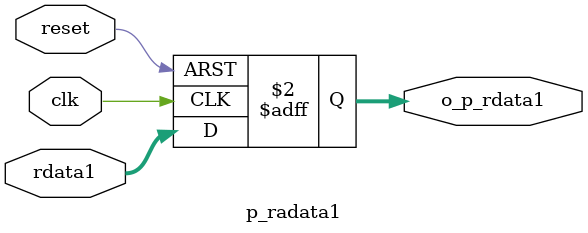
<source format=sv>
module p_radata1(
    input logic clk,
    input logic reset,
    input logic [31:0]rdata1,
    output logic [31:0]o_p_rdata1
);
always @(posedge clk,posedge reset)begin
    if (reset) o_p_rdata1=0;
    else o_p_rdata1=rdata1;
end    
endmodule
</source>
